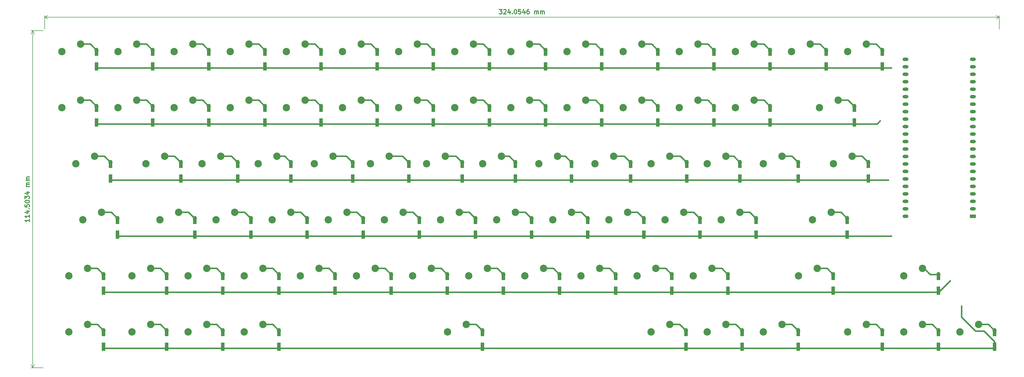
<source format=gbr>
%TF.GenerationSoftware,KiCad,Pcbnew,7.0.10*%
%TF.CreationDate,2024-01-16T21:17:59-03:00*%
%TF.ProjectId,PCB,5043422e-6b69-4636-9164-5f7063625858,rev?*%
%TF.SameCoordinates,Original*%
%TF.FileFunction,Copper,L1,Top*%
%TF.FilePolarity,Positive*%
%FSLAX46Y46*%
G04 Gerber Fmt 4.6, Leading zero omitted, Abs format (unit mm)*
G04 Created by KiCad (PCBNEW 7.0.10) date 2024-01-16 21:17:59*
%MOMM*%
%LPD*%
G01*
G04 APERTURE LIST*
%ADD10C,0.300000*%
%TA.AperFunction,NonConductor*%
%ADD11C,0.300000*%
%TD*%
%TA.AperFunction,NonConductor*%
%ADD12C,0.200000*%
%TD*%
%TA.AperFunction,ComponentPad*%
%ADD13C,2.500000*%
%TD*%
%TA.AperFunction,ComponentPad*%
%ADD14R,1.300000X1.778000*%
%TD*%
%TA.AperFunction,SMDPad,CuDef*%
%ADD15R,1.300000X1.400000*%
%TD*%
%TA.AperFunction,ComponentPad*%
%ADD16O,1.300000X1.778000*%
%TD*%
%TA.AperFunction,ComponentPad*%
%ADD17R,2.000000X1.200000*%
%TD*%
%TA.AperFunction,ComponentPad*%
%ADD18O,2.000000X1.200000*%
%TD*%
%TA.AperFunction,Conductor*%
%ADD19C,0.500000*%
%TD*%
G04 APERTURE END LIST*
D10*
D11*
X26500828Y-105774675D02*
X26500828Y-106631818D01*
X26500828Y-106203247D02*
X25000828Y-106203247D01*
X25000828Y-106203247D02*
X25215114Y-106346104D01*
X25215114Y-106346104D02*
X25357971Y-106488961D01*
X25357971Y-106488961D02*
X25429400Y-106631818D01*
X26500828Y-104346104D02*
X26500828Y-105203247D01*
X26500828Y-104774676D02*
X25000828Y-104774676D01*
X25000828Y-104774676D02*
X25215114Y-104917533D01*
X25215114Y-104917533D02*
X25357971Y-105060390D01*
X25357971Y-105060390D02*
X25429400Y-105203247D01*
X25500828Y-103060391D02*
X26500828Y-103060391D01*
X24929400Y-103417533D02*
X26000828Y-103774676D01*
X26000828Y-103774676D02*
X26000828Y-102846105D01*
X26357971Y-102274677D02*
X26429400Y-102203248D01*
X26429400Y-102203248D02*
X26500828Y-102274677D01*
X26500828Y-102274677D02*
X26429400Y-102346105D01*
X26429400Y-102346105D02*
X26357971Y-102274677D01*
X26357971Y-102274677D02*
X26500828Y-102274677D01*
X25000828Y-100846105D02*
X25000828Y-101560391D01*
X25000828Y-101560391D02*
X25715114Y-101631819D01*
X25715114Y-101631819D02*
X25643685Y-101560391D01*
X25643685Y-101560391D02*
X25572257Y-101417534D01*
X25572257Y-101417534D02*
X25572257Y-101060391D01*
X25572257Y-101060391D02*
X25643685Y-100917534D01*
X25643685Y-100917534D02*
X25715114Y-100846105D01*
X25715114Y-100846105D02*
X25857971Y-100774676D01*
X25857971Y-100774676D02*
X26215114Y-100774676D01*
X26215114Y-100774676D02*
X26357971Y-100846105D01*
X26357971Y-100846105D02*
X26429400Y-100917534D01*
X26429400Y-100917534D02*
X26500828Y-101060391D01*
X26500828Y-101060391D02*
X26500828Y-101417534D01*
X26500828Y-101417534D02*
X26429400Y-101560391D01*
X26429400Y-101560391D02*
X26357971Y-101631819D01*
X25000828Y-99846105D02*
X25000828Y-99703248D01*
X25000828Y-99703248D02*
X25072257Y-99560391D01*
X25072257Y-99560391D02*
X25143685Y-99488963D01*
X25143685Y-99488963D02*
X25286542Y-99417534D01*
X25286542Y-99417534D02*
X25572257Y-99346105D01*
X25572257Y-99346105D02*
X25929400Y-99346105D01*
X25929400Y-99346105D02*
X26215114Y-99417534D01*
X26215114Y-99417534D02*
X26357971Y-99488963D01*
X26357971Y-99488963D02*
X26429400Y-99560391D01*
X26429400Y-99560391D02*
X26500828Y-99703248D01*
X26500828Y-99703248D02*
X26500828Y-99846105D01*
X26500828Y-99846105D02*
X26429400Y-99988963D01*
X26429400Y-99988963D02*
X26357971Y-100060391D01*
X26357971Y-100060391D02*
X26215114Y-100131820D01*
X26215114Y-100131820D02*
X25929400Y-100203248D01*
X25929400Y-100203248D02*
X25572257Y-100203248D01*
X25572257Y-100203248D02*
X25286542Y-100131820D01*
X25286542Y-100131820D02*
X25143685Y-100060391D01*
X25143685Y-100060391D02*
X25072257Y-99988963D01*
X25072257Y-99988963D02*
X25000828Y-99846105D01*
X25000828Y-98846106D02*
X25000828Y-97917534D01*
X25000828Y-97917534D02*
X25572257Y-98417534D01*
X25572257Y-98417534D02*
X25572257Y-98203249D01*
X25572257Y-98203249D02*
X25643685Y-98060392D01*
X25643685Y-98060392D02*
X25715114Y-97988963D01*
X25715114Y-97988963D02*
X25857971Y-97917534D01*
X25857971Y-97917534D02*
X26215114Y-97917534D01*
X26215114Y-97917534D02*
X26357971Y-97988963D01*
X26357971Y-97988963D02*
X26429400Y-98060392D01*
X26429400Y-98060392D02*
X26500828Y-98203249D01*
X26500828Y-98203249D02*
X26500828Y-98631820D01*
X26500828Y-98631820D02*
X26429400Y-98774677D01*
X26429400Y-98774677D02*
X26357971Y-98846106D01*
X25500828Y-96631821D02*
X26500828Y-96631821D01*
X24929400Y-96988963D02*
X26000828Y-97346106D01*
X26000828Y-97346106D02*
X26000828Y-96417535D01*
X26500828Y-94703250D02*
X25500828Y-94703250D01*
X25643685Y-94703250D02*
X25572257Y-94631821D01*
X25572257Y-94631821D02*
X25500828Y-94488964D01*
X25500828Y-94488964D02*
X25500828Y-94274678D01*
X25500828Y-94274678D02*
X25572257Y-94131821D01*
X25572257Y-94131821D02*
X25715114Y-94060393D01*
X25715114Y-94060393D02*
X26500828Y-94060393D01*
X25715114Y-94060393D02*
X25572257Y-93988964D01*
X25572257Y-93988964D02*
X25500828Y-93846107D01*
X25500828Y-93846107D02*
X25500828Y-93631821D01*
X25500828Y-93631821D02*
X25572257Y-93488964D01*
X25572257Y-93488964D02*
X25715114Y-93417535D01*
X25715114Y-93417535D02*
X26500828Y-93417535D01*
X26500828Y-92703250D02*
X25500828Y-92703250D01*
X25643685Y-92703250D02*
X25572257Y-92631821D01*
X25572257Y-92631821D02*
X25500828Y-92488964D01*
X25500828Y-92488964D02*
X25500828Y-92274678D01*
X25500828Y-92274678D02*
X25572257Y-92131821D01*
X25572257Y-92131821D02*
X25715114Y-92060393D01*
X25715114Y-92060393D02*
X26500828Y-92060393D01*
X25715114Y-92060393D02*
X25572257Y-91988964D01*
X25572257Y-91988964D02*
X25500828Y-91846107D01*
X25500828Y-91846107D02*
X25500828Y-91631821D01*
X25500828Y-91631821D02*
X25572257Y-91488964D01*
X25572257Y-91488964D02*
X25715114Y-91417535D01*
X25715114Y-91417535D02*
X26500828Y-91417535D01*
D12*
X31146155Y-41737287D02*
X27036080Y-41737287D01*
X31146155Y-156240638D02*
X27036080Y-156240638D01*
X27622500Y-41737287D02*
X27622500Y-156240638D01*
X27622500Y-41737287D02*
X27622500Y-156240638D01*
X27622500Y-41737287D02*
X28208921Y-42863791D01*
X27622500Y-41737287D02*
X27036079Y-42863791D01*
X27622500Y-156240638D02*
X27036079Y-155114134D01*
X27622500Y-156240638D02*
X28208921Y-155114134D01*
D10*
D11*
X185959179Y-34525828D02*
X186887751Y-34525828D01*
X186887751Y-34525828D02*
X186387751Y-35097257D01*
X186387751Y-35097257D02*
X186602036Y-35097257D01*
X186602036Y-35097257D02*
X186744894Y-35168685D01*
X186744894Y-35168685D02*
X186816322Y-35240114D01*
X186816322Y-35240114D02*
X186887751Y-35382971D01*
X186887751Y-35382971D02*
X186887751Y-35740114D01*
X186887751Y-35740114D02*
X186816322Y-35882971D01*
X186816322Y-35882971D02*
X186744894Y-35954400D01*
X186744894Y-35954400D02*
X186602036Y-36025828D01*
X186602036Y-36025828D02*
X186173465Y-36025828D01*
X186173465Y-36025828D02*
X186030608Y-35954400D01*
X186030608Y-35954400D02*
X185959179Y-35882971D01*
X187459179Y-34668685D02*
X187530607Y-34597257D01*
X187530607Y-34597257D02*
X187673465Y-34525828D01*
X187673465Y-34525828D02*
X188030607Y-34525828D01*
X188030607Y-34525828D02*
X188173465Y-34597257D01*
X188173465Y-34597257D02*
X188244893Y-34668685D01*
X188244893Y-34668685D02*
X188316322Y-34811542D01*
X188316322Y-34811542D02*
X188316322Y-34954400D01*
X188316322Y-34954400D02*
X188244893Y-35168685D01*
X188244893Y-35168685D02*
X187387750Y-36025828D01*
X187387750Y-36025828D02*
X188316322Y-36025828D01*
X189602036Y-35025828D02*
X189602036Y-36025828D01*
X189244893Y-34454400D02*
X188887750Y-35525828D01*
X188887750Y-35525828D02*
X189816321Y-35525828D01*
X190387749Y-35882971D02*
X190459178Y-35954400D01*
X190459178Y-35954400D02*
X190387749Y-36025828D01*
X190387749Y-36025828D02*
X190316321Y-35954400D01*
X190316321Y-35954400D02*
X190387749Y-35882971D01*
X190387749Y-35882971D02*
X190387749Y-36025828D01*
X191387750Y-34525828D02*
X191530607Y-34525828D01*
X191530607Y-34525828D02*
X191673464Y-34597257D01*
X191673464Y-34597257D02*
X191744893Y-34668685D01*
X191744893Y-34668685D02*
X191816321Y-34811542D01*
X191816321Y-34811542D02*
X191887750Y-35097257D01*
X191887750Y-35097257D02*
X191887750Y-35454400D01*
X191887750Y-35454400D02*
X191816321Y-35740114D01*
X191816321Y-35740114D02*
X191744893Y-35882971D01*
X191744893Y-35882971D02*
X191673464Y-35954400D01*
X191673464Y-35954400D02*
X191530607Y-36025828D01*
X191530607Y-36025828D02*
X191387750Y-36025828D01*
X191387750Y-36025828D02*
X191244893Y-35954400D01*
X191244893Y-35954400D02*
X191173464Y-35882971D01*
X191173464Y-35882971D02*
X191102035Y-35740114D01*
X191102035Y-35740114D02*
X191030607Y-35454400D01*
X191030607Y-35454400D02*
X191030607Y-35097257D01*
X191030607Y-35097257D02*
X191102035Y-34811542D01*
X191102035Y-34811542D02*
X191173464Y-34668685D01*
X191173464Y-34668685D02*
X191244893Y-34597257D01*
X191244893Y-34597257D02*
X191387750Y-34525828D01*
X193244892Y-34525828D02*
X192530606Y-34525828D01*
X192530606Y-34525828D02*
X192459178Y-35240114D01*
X192459178Y-35240114D02*
X192530606Y-35168685D01*
X192530606Y-35168685D02*
X192673464Y-35097257D01*
X192673464Y-35097257D02*
X193030606Y-35097257D01*
X193030606Y-35097257D02*
X193173464Y-35168685D01*
X193173464Y-35168685D02*
X193244892Y-35240114D01*
X193244892Y-35240114D02*
X193316321Y-35382971D01*
X193316321Y-35382971D02*
X193316321Y-35740114D01*
X193316321Y-35740114D02*
X193244892Y-35882971D01*
X193244892Y-35882971D02*
X193173464Y-35954400D01*
X193173464Y-35954400D02*
X193030606Y-36025828D01*
X193030606Y-36025828D02*
X192673464Y-36025828D01*
X192673464Y-36025828D02*
X192530606Y-35954400D01*
X192530606Y-35954400D02*
X192459178Y-35882971D01*
X194602035Y-35025828D02*
X194602035Y-36025828D01*
X194244892Y-34454400D02*
X193887749Y-35525828D01*
X193887749Y-35525828D02*
X194816320Y-35525828D01*
X196030606Y-34525828D02*
X195744891Y-34525828D01*
X195744891Y-34525828D02*
X195602034Y-34597257D01*
X195602034Y-34597257D02*
X195530606Y-34668685D01*
X195530606Y-34668685D02*
X195387748Y-34882971D01*
X195387748Y-34882971D02*
X195316320Y-35168685D01*
X195316320Y-35168685D02*
X195316320Y-35740114D01*
X195316320Y-35740114D02*
X195387748Y-35882971D01*
X195387748Y-35882971D02*
X195459177Y-35954400D01*
X195459177Y-35954400D02*
X195602034Y-36025828D01*
X195602034Y-36025828D02*
X195887748Y-36025828D01*
X195887748Y-36025828D02*
X196030606Y-35954400D01*
X196030606Y-35954400D02*
X196102034Y-35882971D01*
X196102034Y-35882971D02*
X196173463Y-35740114D01*
X196173463Y-35740114D02*
X196173463Y-35382971D01*
X196173463Y-35382971D02*
X196102034Y-35240114D01*
X196102034Y-35240114D02*
X196030606Y-35168685D01*
X196030606Y-35168685D02*
X195887748Y-35097257D01*
X195887748Y-35097257D02*
X195602034Y-35097257D01*
X195602034Y-35097257D02*
X195459177Y-35168685D01*
X195459177Y-35168685D02*
X195387748Y-35240114D01*
X195387748Y-35240114D02*
X195316320Y-35382971D01*
X197959176Y-36025828D02*
X197959176Y-35025828D01*
X197959176Y-35168685D02*
X198030605Y-35097257D01*
X198030605Y-35097257D02*
X198173462Y-35025828D01*
X198173462Y-35025828D02*
X198387748Y-35025828D01*
X198387748Y-35025828D02*
X198530605Y-35097257D01*
X198530605Y-35097257D02*
X198602034Y-35240114D01*
X198602034Y-35240114D02*
X198602034Y-36025828D01*
X198602034Y-35240114D02*
X198673462Y-35097257D01*
X198673462Y-35097257D02*
X198816319Y-35025828D01*
X198816319Y-35025828D02*
X199030605Y-35025828D01*
X199030605Y-35025828D02*
X199173462Y-35097257D01*
X199173462Y-35097257D02*
X199244891Y-35240114D01*
X199244891Y-35240114D02*
X199244891Y-36025828D01*
X199959176Y-36025828D02*
X199959176Y-35025828D01*
X199959176Y-35168685D02*
X200030605Y-35097257D01*
X200030605Y-35097257D02*
X200173462Y-35025828D01*
X200173462Y-35025828D02*
X200387748Y-35025828D01*
X200387748Y-35025828D02*
X200530605Y-35097257D01*
X200530605Y-35097257D02*
X200602034Y-35240114D01*
X200602034Y-35240114D02*
X200602034Y-36025828D01*
X200602034Y-35240114D02*
X200673462Y-35097257D01*
X200673462Y-35097257D02*
X200816319Y-35025828D01*
X200816319Y-35025828D02*
X201030605Y-35025828D01*
X201030605Y-35025828D02*
X201173462Y-35097257D01*
X201173462Y-35097257D02*
X201244891Y-35240114D01*
X201244891Y-35240114D02*
X201244891Y-36025828D01*
D12*
X31646155Y-41237287D02*
X31646155Y-36561080D01*
X355700772Y-41237287D02*
X355700772Y-36561080D01*
X31646155Y-37147500D02*
X355700772Y-37147500D01*
X31646155Y-37147500D02*
X355700772Y-37147500D01*
X31646155Y-37147500D02*
X32772659Y-36561079D01*
X31646155Y-37147500D02*
X32772659Y-37733921D01*
X355700772Y-37147500D02*
X354574268Y-37733921D01*
X355700772Y-37147500D02*
X354574268Y-36561079D01*
D13*
%TO.P,S79,1,1*%
%TO.N,/col14*%
X292258750Y-105976963D03*
%TO.P,S79,2,2*%
%TO.N,Net-(D79-A)*%
X298608750Y-103436963D03*
%TD*%
D14*
%TO.P,D56,1,K*%
%TO.N,/row1*%
X220725000Y-73416963D03*
D15*
X220725000Y-72191963D03*
%TO.P,D56,2,A*%
%TO.N,Net-(D56-A)*%
X220725000Y-68641963D03*
D16*
X220725000Y-67416963D03*
%TD*%
D13*
%TO.P,S32,1,1*%
%TO.N,/col5*%
X132715000Y-67876963D03*
%TO.P,S32,2,2*%
%TO.N,Net-(D32-A)*%
X139065000Y-65336963D03*
%TD*%
%TO.P,S54,1,1*%
%TO.N,/col8*%
X304165000Y-144076963D03*
%TO.P,S54,2,2*%
%TO.N,Net-(D54-A)*%
X310515000Y-141536963D03*
%TD*%
%TO.P,S6,1,1*%
%TO.N,/col0*%
X39846250Y-144076963D03*
%TO.P,S6,2,2*%
%TO.N,Net-(D6-A)*%
X46196250Y-141536963D03*
%TD*%
%TO.P,S11,1,1*%
%TO.N,/col1*%
X61277500Y-125026963D03*
%TO.P,S11,2,2*%
%TO.N,Net-(D11-A)*%
X67627500Y-122486963D03*
%TD*%
D14*
%TO.P,D72,1,K*%
%TO.N,/row1*%
X277875000Y-73416963D03*
D15*
X277875000Y-72191963D03*
%TO.P,D72,2,A*%
%TO.N,Net-(D72-A)*%
X277875000Y-68641963D03*
D16*
X277875000Y-67416963D03*
%TD*%
D13*
%TO.P,S77,1,1*%
%TO.N,/col14*%
X294640000Y-67876963D03*
%TO.P,S77,2,2*%
%TO.N,Net-(D77-A)*%
X300990000Y-65336963D03*
%TD*%
%TO.P,S15,1,1*%
%TO.N,/col2*%
X85090000Y-86926963D03*
%TO.P,S15,2,2*%
%TO.N,Net-(D15-A)*%
X91440000Y-84386963D03*
%TD*%
D14*
%TO.P,D13,1,K*%
%TO.N,/row0*%
X87375000Y-54366963D03*
D15*
X87375000Y-53141963D03*
%TO.P,D13,2,A*%
%TO.N,Net-(D13-A)*%
X87375000Y-49591963D03*
D16*
X87375000Y-48366963D03*
%TD*%
D14*
%TO.P,D29,1,K*%
%TO.N,/row4*%
X130237500Y-130566963D03*
D15*
X130237500Y-129341963D03*
%TO.P,D29,2,A*%
%TO.N,Net-(D29-A)*%
X130237500Y-125791963D03*
D16*
X130237500Y-124566963D03*
%TD*%
D13*
%TO.P,S48,1,1*%
%TO.N,/col7*%
X275590000Y-144076963D03*
%TO.P,S48,2,2*%
%TO.N,Net-(D48-A)*%
X281940000Y-141536963D03*
%TD*%
D14*
%TO.P,D80,1,K*%
%TO.N,/row4*%
X335025000Y-130566963D03*
D15*
X335025000Y-129341963D03*
%TO.P,D80,2,A*%
%TO.N,Net-(D80-A)*%
X335025000Y-125791963D03*
D16*
X335025000Y-124566963D03*
%TD*%
D13*
%TO.P,S23,1,1*%
%TO.N,/col3*%
X99377500Y-125026963D03*
%TO.P,S23,2,2*%
%TO.N,Net-(D23-A)*%
X105727500Y-122486963D03*
%TD*%
%TO.P,S73,1,1*%
%TO.N,/col12*%
X275590000Y-86926963D03*
%TO.P,S73,2,2*%
%TO.N,Net-(D73-A)*%
X281940000Y-84386963D03*
%TD*%
%TO.P,S30,1,1*%
%TO.N,/col4*%
X168433750Y-144076963D03*
%TO.P,S30,2,2*%
%TO.N,Net-(D30-A)*%
X174783750Y-141536963D03*
%TD*%
%TO.P,S71,1,1*%
%TO.N,/col12*%
X266065000Y-48826963D03*
%TO.P,S71,2,2*%
%TO.N,Net-(D71-A)*%
X272415000Y-46286963D03*
%TD*%
D14*
%TO.P,D39,1,K*%
%TO.N,/row2*%
X173355000Y-92466963D03*
D15*
X173355000Y-91241963D03*
%TO.P,D39,2,A*%
%TO.N,Net-(D39-A)*%
X173355000Y-87691963D03*
D16*
X173355000Y-86466963D03*
%TD*%
D13*
%TO.P,S78,1,1*%
%TO.N,/col14*%
X299402500Y-86926963D03*
%TO.P,S78,2,2*%
%TO.N,Net-(D78-A)*%
X305752500Y-84386963D03*
%TD*%
%TO.P,S51,1,1*%
%TO.N,/col8*%
X199390000Y-86926963D03*
%TO.P,S51,2,2*%
%TO.N,Net-(D51-A)*%
X205740000Y-84386963D03*
%TD*%
D14*
%TO.P,D1,1,K*%
%TO.N,/row0*%
X49275000Y-54366963D03*
D15*
X49275000Y-53141963D03*
%TO.P,D1,2,A*%
%TO.N,Net-(D1-A)*%
X49275000Y-49591963D03*
D16*
X49275000Y-48366963D03*
%TD*%
D13*
%TO.P,S65,1,1*%
%TO.N,/col10*%
X232727500Y-125026963D03*
%TO.P,S65,2,2*%
%TO.N,Net-(D65-A)*%
X239077500Y-122486963D03*
%TD*%
%TO.P,S53,1,1*%
%TO.N,/col8*%
X194627500Y-125026963D03*
%TO.P,S53,2,2*%
%TO.N,Net-(D53-A)*%
X200977500Y-122486963D03*
%TD*%
%TO.P,S4,1,1*%
%TO.N,/col0*%
X44608750Y-105976963D03*
%TO.P,S4,2,2*%
%TO.N,Net-(D4-A)*%
X50958750Y-103436963D03*
%TD*%
D14*
%TO.P,D43,1,K*%
%TO.N,/row0*%
X182625000Y-54366963D03*
D15*
X182625000Y-53141963D03*
%TO.P,D43,2,A*%
%TO.N,Net-(D43-A)*%
X182625000Y-49591963D03*
D16*
X182625000Y-48366963D03*
%TD*%
D14*
%TO.P,D61,1,K*%
%TO.N,/row0*%
X239775000Y-54366963D03*
D15*
X239775000Y-53141963D03*
%TO.P,D61,2,A*%
%TO.N,Net-(D61-A)*%
X239775000Y-49591963D03*
D16*
X239775000Y-48366963D03*
%TD*%
D13*
%TO.P,S18,1,1*%
%TO.N,/col2*%
X80327500Y-144076963D03*
%TO.P,S18,2,2*%
%TO.N,Net-(D18-A)*%
X86677500Y-141536963D03*
%TD*%
%TO.P,S31,1,1*%
%TO.N,/col5*%
X132715000Y-48826963D03*
%TO.P,S31,2,2*%
%TO.N,Net-(D31-A)*%
X139065000Y-46286963D03*
%TD*%
%TO.P,S34,1,1*%
%TO.N,/col5*%
X147002500Y-105976963D03*
%TO.P,S34,2,2*%
%TO.N,Net-(D34-A)*%
X153352500Y-103436963D03*
%TD*%
D14*
%TO.P,D25,1,K*%
%TO.N,/row0*%
X125475000Y-54366963D03*
D15*
X125475000Y-53141963D03*
%TO.P,D25,2,A*%
%TO.N,Net-(D25-A)*%
X125475000Y-49591963D03*
D16*
X125475000Y-48366963D03*
%TD*%
D14*
%TO.P,D70,1,K*%
%TO.N,/row4*%
X263587500Y-130566963D03*
D15*
X263587500Y-129341963D03*
%TO.P,D70,2,A*%
%TO.N,Net-(D70-A)*%
X263587500Y-125791963D03*
D16*
X263587500Y-124566963D03*
%TD*%
D13*
%TO.P,S25,1,1*%
%TO.N,/col4*%
X113665000Y-48826963D03*
%TO.P,S25,2,2*%
%TO.N,Net-(D25-A)*%
X120015000Y-46286963D03*
%TD*%
D14*
%TO.P,D51,1,K*%
%TO.N,/row2*%
X210502500Y-92466963D03*
D15*
X210502500Y-91241963D03*
%TO.P,D51,2,A*%
%TO.N,Net-(D51-A)*%
X210502500Y-87691963D03*
D16*
X210502500Y-86466963D03*
%TD*%
D13*
%TO.P,S70,1,1*%
%TO.N,/col11*%
X251777500Y-125026963D03*
%TO.P,S70,2,2*%
%TO.N,Net-(D70-A)*%
X258127500Y-122486963D03*
%TD*%
D14*
%TO.P,D34,1,K*%
%TO.N,/row3*%
X158812500Y-111516963D03*
D15*
X158812500Y-110291963D03*
%TO.P,D34,2,A*%
%TO.N,Net-(D34-A)*%
X158812500Y-106741963D03*
D16*
X158812500Y-105516963D03*
%TD*%
D14*
%TO.P,D28,1,K*%
%TO.N,/row3*%
X139762500Y-111516963D03*
D15*
X139762500Y-110291963D03*
%TO.P,D28,2,A*%
%TO.N,Net-(D28-A)*%
X139762500Y-106741963D03*
D16*
X139762500Y-105516963D03*
%TD*%
D14*
%TO.P,D58,1,K*%
%TO.N,/row3*%
X235012500Y-111516963D03*
D15*
X235012500Y-110291963D03*
%TO.P,D58,2,A*%
%TO.N,Net-(D58-A)*%
X235012500Y-106741963D03*
D16*
X235012500Y-105516963D03*
%TD*%
D14*
%TO.P,D8,1,K*%
%TO.N,/row1*%
X68325000Y-73416963D03*
D15*
X68325000Y-72191963D03*
%TO.P,D8,2,A*%
%TO.N,Net-(D8-A)*%
X68325000Y-68641963D03*
D16*
X68325000Y-67416963D03*
%TD*%
D14*
%TO.P,D71,1,K*%
%TO.N,/row0*%
X277875000Y-54366963D03*
D15*
X277875000Y-53141963D03*
%TO.P,D71,2,A*%
%TO.N,Net-(D71-A)*%
X277875000Y-49591963D03*
D16*
X277875000Y-48366963D03*
%TD*%
D13*
%TO.P,S16,1,1*%
%TO.N,/col2*%
X89852500Y-105976963D03*
%TO.P,S16,2,2*%
%TO.N,Net-(D16-A)*%
X96202500Y-103436963D03*
%TD*%
D17*
%TO.P,U1,1,3V3*%
%TO.N,Net-(U1-3V3-Pad1)*%
X346706320Y-104772280D03*
D18*
%TO.P,U1,2,3V3*%
X346706320Y-102232280D03*
%TO.P,U1,3,CHIP_PU*%
%TO.N,unconnected-(U1-CHIP_PU-Pad3)*%
X346706320Y-99692280D03*
%TO.P,U1,4,GPIO4/ADC1_CH3*%
%TO.N,unconnected-(U1-GPIO4{slash}ADC1_CH3-Pad4)*%
X346706320Y-97152280D03*
%TO.P,U1,5,GPIO5/ADC1_CH4*%
%TO.N,unconnected-(U1-GPIO5{slash}ADC1_CH4-Pad5)*%
X346706320Y-94612280D03*
%TO.P,U1,6,GPIO6/ADC1_CH5*%
%TO.N,unconnected-(U1-GPIO6{slash}ADC1_CH5-Pad6)*%
X346706320Y-92072280D03*
%TO.P,U1,7,GPIO7/ADC1_CH6*%
%TO.N,unconnected-(U1-GPIO7{slash}ADC1_CH6-Pad7)*%
X346706320Y-89532280D03*
%TO.P,U1,8,GPIO15/ADC2_CH4/32K_P*%
%TO.N,unconnected-(U1-GPIO15{slash}ADC2_CH4{slash}32K_P-Pad8)*%
X346706320Y-86992280D03*
%TO.P,U1,9,GPIO16/ADC2_CH5/32K_N*%
%TO.N,unconnected-(U1-GPIO16{slash}ADC2_CH5{slash}32K_N-Pad9)*%
X346706320Y-84452280D03*
%TO.P,U1,10,GPIO17/ADC2_CH6*%
%TO.N,unconnected-(U1-GPIO17{slash}ADC2_CH6-Pad10)*%
X346706320Y-81912280D03*
%TO.P,U1,11,GPIO18/ADC2_CH7*%
%TO.N,unconnected-(U1-GPIO18{slash}ADC2_CH7-Pad11)*%
X346706320Y-79372280D03*
%TO.P,U1,12,GPIO8/ADC1_CH7*%
%TO.N,unconnected-(U1-GPIO8{slash}ADC1_CH7-Pad12)*%
X346706320Y-76832280D03*
%TO.P,U1,13,GPIO3/ADC1_CH2*%
%TO.N,unconnected-(U1-GPIO3{slash}ADC1_CH2-Pad13)*%
X346706320Y-74292280D03*
%TO.P,U1,14,GPIO46*%
%TO.N,unconnected-(U1-GPIO46-Pad14)*%
X346706320Y-71752280D03*
%TO.P,U1,15,GPIO9/ADC1_CH8*%
%TO.N,unconnected-(U1-GPIO9{slash}ADC1_CH8-Pad15)*%
X346706320Y-69212280D03*
%TO.P,U1,16,GPIO10/ADC1_CH9*%
%TO.N,unconnected-(U1-GPIO10{slash}ADC1_CH9-Pad16)*%
X346706320Y-66672280D03*
%TO.P,U1,17,GPIO11/ADC2_CH0*%
%TO.N,unconnected-(U1-GPIO11{slash}ADC2_CH0-Pad17)*%
X346706320Y-64132280D03*
%TO.P,U1,18,GPIO12/ADC2_CH1*%
%TO.N,unconnected-(U1-GPIO12{slash}ADC2_CH1-Pad18)*%
X346706320Y-61592280D03*
%TO.P,U1,19,GPIO13/ADC2_CH2*%
%TO.N,unconnected-(U1-GPIO13{slash}ADC2_CH2-Pad19)*%
X346706320Y-59052280D03*
%TO.P,U1,20,GPIO14/ADC2_CH3*%
%TO.N,unconnected-(U1-GPIO14{slash}ADC2_CH3-Pad20)*%
X346710000Y-56515000D03*
%TO.P,U1,21,5V*%
%TO.N,unconnected-(U1-5V-Pad21)*%
X346710000Y-53975000D03*
%TO.P,U1,22,GND*%
%TO.N,GND*%
X346710000Y-51435000D03*
%TO.P,U1,23,GND*%
X323846320Y-51432280D03*
%TO.P,U1,24,GND*%
X323846320Y-53972280D03*
%TO.P,U1,25,GPIO19/USB_D-*%
%TO.N,unconnected-(U1-GPIO19{slash}USB_D--Pad25)*%
X323846320Y-56512280D03*
%TO.P,U1,26,GPIO20/USB_D+*%
%TO.N,unconnected-(U1-GPIO20{slash}USB_D+-Pad26)*%
X323846320Y-59052280D03*
%TO.P,U1,27,GPIO21*%
%TO.N,unconnected-(U1-GPIO21-Pad27)*%
X323846320Y-61592280D03*
%TO.P,U1,28,GPIO47*%
%TO.N,unconnected-(U1-GPIO47-Pad28)*%
X323846320Y-64132280D03*
%TO.P,U1,29,GPIO48*%
%TO.N,unconnected-(U1-GPIO48-Pad29)*%
X323846320Y-66672280D03*
%TO.P,U1,30,GPIO45*%
%TO.N,unconnected-(U1-GPIO45-Pad30)*%
X323846320Y-69212280D03*
%TO.P,U1,31,GPIO0*%
%TO.N,unconnected-(U1-GPIO0-Pad31)*%
X323846320Y-71752280D03*
%TO.P,U1,32,GPIO35*%
%TO.N,unconnected-(U1-GPIO35-Pad32)*%
X323846320Y-74292280D03*
%TO.P,U1,33,GPIO36*%
%TO.N,unconnected-(U1-GPIO36-Pad33)*%
X323846320Y-76832280D03*
%TO.P,U1,34,GPIO37*%
%TO.N,unconnected-(U1-GPIO37-Pad34)*%
X323846320Y-79372280D03*
%TO.P,U1,35,GPIO38*%
%TO.N,unconnected-(U1-GPIO38-Pad35)*%
X323846320Y-81912280D03*
%TO.P,U1,36,GPIO39/MTCK*%
%TO.N,unconnected-(U1-GPIO39{slash}MTCK-Pad36)*%
X323846320Y-84452280D03*
%TO.P,U1,37,GPIO40/MTDO*%
%TO.N,unconnected-(U1-GPIO40{slash}MTDO-Pad37)*%
X323846320Y-86992280D03*
%TO.P,U1,38,GPIO41/MTDI*%
%TO.N,unconnected-(U1-GPIO41{slash}MTDI-Pad38)*%
X323846320Y-89532280D03*
%TO.P,U1,39,GPIO42/MTMS*%
%TO.N,unconnected-(U1-GPIO42{slash}MTMS-Pad39)*%
X323846320Y-92072280D03*
%TO.P,U1,40,GPIO2/ADC1_CH1*%
%TO.N,unconnected-(U1-GPIO2{slash}ADC1_CH1-Pad40)*%
X323846320Y-94612280D03*
%TO.P,U1,41,GPIO1/ADC1_CH0*%
%TO.N,unconnected-(U1-GPIO1{slash}ADC1_CH0-Pad41)*%
X323846320Y-97152280D03*
%TO.P,U1,42,GPIO44/U0RXD*%
%TO.N,unconnected-(U1-GPIO44{slash}U0RXD-Pad42)*%
X323846320Y-99692280D03*
%TO.P,U1,43,GPIO43/U0TXD*%
%TO.N,unconnected-(U1-GPIO43{slash}U0TXD-Pad43)*%
X323846320Y-102232280D03*
%TO.P,U1,44,GND*%
%TO.N,GND*%
X323846320Y-104772280D03*
%TD*%
D13*
%TO.P,S41,1,1*%
%TO.N,/col6*%
X156527500Y-125026963D03*
%TO.P,S41,2,2*%
%TO.N,Net-(D41-A)*%
X162877500Y-122486963D03*
%TD*%
D14*
%TO.P,D22,1,K*%
%TO.N,/row3*%
X120712500Y-111516963D03*
D15*
X120712500Y-110291963D03*
%TO.P,D22,2,A*%
%TO.N,Net-(D22-A)*%
X120712500Y-106741963D03*
D16*
X120712500Y-105516963D03*
%TD*%
D13*
%TO.P,S33,1,1*%
%TO.N,/col5*%
X142240000Y-86926963D03*
%TO.P,S33,2,2*%
%TO.N,Net-(D33-A)*%
X148590000Y-84386963D03*
%TD*%
%TO.P,S29,1,1*%
%TO.N,/col4*%
X118427500Y-125026963D03*
%TO.P,S29,2,2*%
%TO.N,Net-(D29-A)*%
X124777500Y-122486963D03*
%TD*%
D14*
%TO.P,D81,1,K*%
%TO.N,/row5*%
X354075000Y-149616963D03*
D15*
X354075000Y-148391963D03*
%TO.P,D81,2,A*%
%TO.N,Net-(D81-A)*%
X354075000Y-144841963D03*
D16*
X354075000Y-143616963D03*
%TD*%
D14*
%TO.P,D33,1,K*%
%TO.N,/row2*%
X155257500Y-92466963D03*
D15*
X155257500Y-91241963D03*
%TO.P,D33,2,A*%
%TO.N,Net-(D33-A)*%
X155257500Y-87691963D03*
D16*
X155257500Y-86466963D03*
%TD*%
D14*
%TO.P,D19,1,K*%
%TO.N,/row0*%
X106425000Y-54366963D03*
D15*
X106425000Y-53141963D03*
%TO.P,D19,2,A*%
%TO.N,Net-(D19-A)*%
X106425000Y-49591963D03*
D16*
X106425000Y-48366963D03*
%TD*%
D13*
%TO.P,S20,1,1*%
%TO.N,/col3*%
X94615000Y-67876963D03*
%TO.P,S20,2,2*%
%TO.N,Net-(D20-A)*%
X100965000Y-65336963D03*
%TD*%
%TO.P,S76,1,1*%
%TO.N,/col14*%
X304165000Y-48826963D03*
%TO.P,S76,2,2*%
%TO.N,Net-(D76-A)*%
X310515000Y-46286963D03*
%TD*%
%TO.P,S45,1,1*%
%TO.N,/col7*%
X180340000Y-86926963D03*
%TO.P,S45,2,2*%
%TO.N,Net-(D45-A)*%
X186690000Y-84386963D03*
%TD*%
%TO.P,S55,1,1*%
%TO.N,/col9*%
X208915000Y-48826963D03*
%TO.P,S55,2,2*%
%TO.N,Net-(D55-A)*%
X215265000Y-46286963D03*
%TD*%
%TO.P,S24,1,1*%
%TO.N,/col3*%
X99377500Y-144076963D03*
%TO.P,S24,2,2*%
%TO.N,Net-(D24-A)*%
X105727500Y-141536963D03*
%TD*%
D14*
%TO.P,D60,1,K*%
%TO.N,/row5*%
X335025000Y-149616963D03*
D15*
X335025000Y-148391963D03*
%TO.P,D60,2,A*%
%TO.N,Net-(D60-A)*%
X335025000Y-144841963D03*
D16*
X335025000Y-143616963D03*
%TD*%
D14*
%TO.P,D4,1,K*%
%TO.N,/row3*%
X56418750Y-111516963D03*
D15*
X56418750Y-110291963D03*
%TO.P,D4,2,A*%
%TO.N,Net-(D4-A)*%
X56418750Y-106741963D03*
D16*
X56418750Y-105516963D03*
%TD*%
D14*
%TO.P,D32,1,K*%
%TO.N,/row1*%
X144525000Y-73416963D03*
D15*
X144525000Y-72191963D03*
%TO.P,D32,2,A*%
%TO.N,Net-(D32-A)*%
X144525000Y-68641963D03*
D16*
X144525000Y-67416963D03*
%TD*%
D13*
%TO.P,S58,1,1*%
%TO.N,/col9*%
X223202500Y-105976963D03*
%TO.P,S58,2,2*%
%TO.N,Net-(D58-A)*%
X229552500Y-103436963D03*
%TD*%
%TO.P,S40,1,1*%
%TO.N,/col6*%
X166052500Y-105976963D03*
%TO.P,S40,2,2*%
%TO.N,Net-(D40-A)*%
X172402500Y-103436963D03*
%TD*%
D14*
%TO.P,D49,1,K*%
%TO.N,/row0*%
X201675000Y-54366963D03*
D15*
X201675000Y-53141963D03*
%TO.P,D49,2,A*%
%TO.N,Net-(D49-A)*%
X201675000Y-49591963D03*
D16*
X201675000Y-48366963D03*
%TD*%
D13*
%TO.P,S9,1,1*%
%TO.N,/col1*%
X66040000Y-86926963D03*
%TO.P,S9,2,2*%
%TO.N,Net-(D9-A)*%
X72390000Y-84386963D03*
%TD*%
D14*
%TO.P,D17,1,K*%
%TO.N,/row4*%
X92137500Y-130566963D03*
D15*
X92137500Y-129341963D03*
%TO.P,D17,2,A*%
%TO.N,Net-(D17-A)*%
X92137500Y-125791963D03*
D16*
X92137500Y-124566963D03*
%TD*%
D13*
%TO.P,S68,1,1*%
%TO.N,/col11*%
X256540000Y-86926963D03*
%TO.P,S68,2,2*%
%TO.N,Net-(D68-A)*%
X262890000Y-84386963D03*
%TD*%
%TO.P,S61,1,1*%
%TO.N,/col10*%
X227965000Y-48826963D03*
%TO.P,S61,2,2*%
%TO.N,Net-(D61-A)*%
X234315000Y-46286963D03*
%TD*%
%TO.P,S50,1,1*%
%TO.N,/col8*%
X189865000Y-67876963D03*
%TO.P,S50,2,2*%
%TO.N,Net-(D50-A)*%
X196215000Y-65336963D03*
%TD*%
%TO.P,S14,1,1*%
%TO.N,/col2*%
X75565000Y-67876963D03*
%TO.P,S14,2,2*%
%TO.N,Net-(D14-A)*%
X81915000Y-65336963D03*
%TD*%
D14*
%TO.P,D76,1,K*%
%TO.N,/row0*%
X315975000Y-54366963D03*
D15*
X315975000Y-53141963D03*
%TO.P,D76,2,A*%
%TO.N,Net-(D76-A)*%
X315975000Y-49591963D03*
D16*
X315975000Y-48366963D03*
%TD*%
D14*
%TO.P,D9,1,K*%
%TO.N,/row2*%
X77850000Y-92466963D03*
D15*
X77850000Y-91241963D03*
%TO.P,D9,2,A*%
%TO.N,Net-(D9-A)*%
X77850000Y-87691963D03*
D16*
X77850000Y-86466963D03*
%TD*%
D13*
%TO.P,S12,1,1*%
%TO.N,/col1*%
X61277500Y-144076963D03*
%TO.P,S12,2,2*%
%TO.N,Net-(D12-A)*%
X67627500Y-141536963D03*
%TD*%
D14*
%TO.P,D6,1,K*%
%TO.N,/row5*%
X51656250Y-149616963D03*
D15*
X51656250Y-148391963D03*
%TO.P,D6,2,A*%
%TO.N,Net-(D6-A)*%
X51656250Y-144841963D03*
D16*
X51656250Y-143616963D03*
%TD*%
D13*
%TO.P,S46,1,1*%
%TO.N,/col7*%
X185102500Y-105976963D03*
%TO.P,S46,2,2*%
%TO.N,Net-(D46-A)*%
X191452500Y-103436963D03*
%TD*%
%TO.P,S69,1,1*%
%TO.N,/col11*%
X261302500Y-105976963D03*
%TO.P,S69,2,2*%
%TO.N,Net-(D69-A)*%
X267652500Y-103436963D03*
%TD*%
D14*
%TO.P,D45,1,K*%
%TO.N,/row2*%
X191452500Y-92466963D03*
D15*
X191452500Y-91241963D03*
%TO.P,D45,2,A*%
%TO.N,Net-(D45-A)*%
X191452500Y-87691963D03*
D16*
X191452500Y-86466963D03*
%TD*%
D14*
%TO.P,D47,1,K*%
%TO.N,/row4*%
X187387500Y-130566963D03*
D15*
X187387500Y-129341963D03*
%TO.P,D47,2,A*%
%TO.N,Net-(D47-A)*%
X187387500Y-125791963D03*
D16*
X187387500Y-124566963D03*
%TD*%
D14*
%TO.P,D18,1,K*%
%TO.N,/row5*%
X92137500Y-149616963D03*
D15*
X92137500Y-148391963D03*
%TO.P,D18,2,A*%
%TO.N,Net-(D18-A)*%
X92137500Y-144841963D03*
D16*
X92137500Y-143616963D03*
%TD*%
D14*
%TO.P,D23,1,K*%
%TO.N,/row4*%
X111187500Y-130566963D03*
D15*
X111187500Y-129341963D03*
%TO.P,D23,2,A*%
%TO.N,Net-(D23-A)*%
X111187500Y-125791963D03*
D16*
X111187500Y-124566963D03*
%TD*%
D13*
%TO.P,S3,1,1*%
%TO.N,/col0*%
X42227500Y-86926963D03*
%TO.P,S3,2,2*%
%TO.N,Net-(D3-A)*%
X48577500Y-84386963D03*
%TD*%
%TO.P,S47,1,1*%
%TO.N,/col7*%
X175577500Y-125026963D03*
%TO.P,S47,2,2*%
%TO.N,Net-(D47-A)*%
X181927500Y-122486963D03*
%TD*%
%TO.P,S60,1,1*%
%TO.N,/col9*%
X323215000Y-144076963D03*
%TO.P,S60,2,2*%
%TO.N,Net-(D60-A)*%
X329565000Y-141536963D03*
%TD*%
D14*
%TO.P,D52,1,K*%
%TO.N,/row3*%
X215962500Y-111516963D03*
D15*
X215962500Y-110291963D03*
%TO.P,D52,2,A*%
%TO.N,Net-(D52-A)*%
X215962500Y-106741963D03*
D16*
X215962500Y-105516963D03*
%TD*%
D13*
%TO.P,S49,1,1*%
%TO.N,/col8*%
X189865000Y-48826963D03*
%TO.P,S49,2,2*%
%TO.N,Net-(D49-A)*%
X196215000Y-46286963D03*
%TD*%
D14*
%TO.P,D65,1,K*%
%TO.N,/row4*%
X244537500Y-130566963D03*
D15*
X244537500Y-129341963D03*
%TO.P,D65,2,A*%
%TO.N,Net-(D65-A)*%
X244537500Y-125791963D03*
D16*
X244537500Y-124566963D03*
%TD*%
D13*
%TO.P,S75,1,1*%
%TO.N,/col13*%
X285115000Y-48826963D03*
%TO.P,S75,2,2*%
%TO.N,Net-(D75-A)*%
X291465000Y-46286963D03*
%TD*%
D14*
%TO.P,D37,1,K*%
%TO.N,/row0*%
X163575000Y-54366963D03*
D15*
X163575000Y-53141963D03*
%TO.P,D37,2,A*%
%TO.N,Net-(D37-A)*%
X163575000Y-49591963D03*
D16*
X163575000Y-48366963D03*
%TD*%
D13*
%TO.P,S7,1,1*%
%TO.N,/col1*%
X56515000Y-48826963D03*
%TO.P,S7,2,2*%
%TO.N,Net-(D7-A)*%
X62865000Y-46286963D03*
%TD*%
D14*
%TO.P,D12,1,K*%
%TO.N,/row5*%
X73087500Y-149616963D03*
D15*
X73087500Y-148391963D03*
%TO.P,D12,2,A*%
%TO.N,Net-(D12-A)*%
X73087500Y-144841963D03*
D16*
X73087500Y-143616963D03*
%TD*%
D14*
%TO.P,D14,1,K*%
%TO.N,/row1*%
X87375000Y-73416963D03*
D15*
X87375000Y-72191963D03*
%TO.P,D14,2,A*%
%TO.N,Net-(D14-A)*%
X87375000Y-68641963D03*
D16*
X87375000Y-67416963D03*
%TD*%
D13*
%TO.P,S28,1,1*%
%TO.N,/col4*%
X127952500Y-105976963D03*
%TO.P,S28,2,2*%
%TO.N,Net-(D28-A)*%
X134302500Y-103436963D03*
%TD*%
D14*
%TO.P,D11,1,K*%
%TO.N,/row4*%
X73087500Y-130566963D03*
D15*
X73087500Y-129341963D03*
%TO.P,D11,2,A*%
%TO.N,Net-(D11-A)*%
X73087500Y-125791963D03*
D16*
X73087500Y-124566963D03*
%TD*%
D14*
%TO.P,D68,1,K*%
%TO.N,/row2*%
X267652500Y-92466963D03*
D15*
X267652500Y-91241963D03*
%TO.P,D68,2,A*%
%TO.N,Net-(D68-A)*%
X267652500Y-87691963D03*
D16*
X267652500Y-86466963D03*
%TD*%
D13*
%TO.P,S19,1,1*%
%TO.N,/col3*%
X94615000Y-48826963D03*
%TO.P,S19,2,2*%
%TO.N,Net-(D19-A)*%
X100965000Y-46286963D03*
%TD*%
D14*
%TO.P,D54,1,K*%
%TO.N,/row5*%
X315975000Y-149616963D03*
D15*
X315975000Y-148391963D03*
%TO.P,D54,2,A*%
%TO.N,Net-(D54-A)*%
X315975000Y-144841963D03*
D16*
X315975000Y-143616963D03*
%TD*%
D14*
%TO.P,D36,1,K*%
%TO.N,/row5*%
X249300000Y-149616963D03*
D15*
X249300000Y-148391963D03*
%TO.P,D36,2,A*%
%TO.N,Net-(D36-A)*%
X249300000Y-144841963D03*
D16*
X249300000Y-143616963D03*
%TD*%
D14*
%TO.P,D35,1,K*%
%TO.N,/row4*%
X149287500Y-130566963D03*
D15*
X149287500Y-129341963D03*
%TO.P,D35,2,A*%
%TO.N,Net-(D35-A)*%
X149287500Y-125791963D03*
D16*
X149287500Y-124566963D03*
%TD*%
D13*
%TO.P,S62,1,1*%
%TO.N,/col10*%
X227965000Y-67876963D03*
%TO.P,S62,2,2*%
%TO.N,Net-(D62-A)*%
X234315000Y-65336963D03*
%TD*%
%TO.P,S56,1,1*%
%TO.N,/col9*%
X208915000Y-67876963D03*
%TO.P,S56,2,2*%
%TO.N,Net-(D56-A)*%
X215265000Y-65336963D03*
%TD*%
%TO.P,S10,1,1*%
%TO.N,/col1*%
X70802500Y-105976963D03*
%TO.P,S10,2,2*%
%TO.N,Net-(D10-A)*%
X77152500Y-103436963D03*
%TD*%
D14*
%TO.P,D16,1,K*%
%TO.N,/row3*%
X101662500Y-111516963D03*
D15*
X101662500Y-110291963D03*
%TO.P,D16,2,A*%
%TO.N,Net-(D16-A)*%
X101662500Y-106741963D03*
D16*
X101662500Y-105516963D03*
%TD*%
D13*
%TO.P,S63,1,1*%
%TO.N,/col10*%
X237490000Y-86926963D03*
%TO.P,S63,2,2*%
%TO.N,Net-(D63-A)*%
X243840000Y-84386963D03*
%TD*%
D14*
%TO.P,D31,1,K*%
%TO.N,/row0*%
X144525000Y-54366963D03*
D15*
X144525000Y-53141963D03*
%TO.P,D31,2,A*%
%TO.N,Net-(D31-A)*%
X144525000Y-49591963D03*
D16*
X144525000Y-48366963D03*
%TD*%
D13*
%TO.P,S74,1,1*%
%TO.N,/col12*%
X287496250Y-125026963D03*
%TO.P,S74,2,2*%
%TO.N,Net-(D74-A)*%
X293846250Y-122486963D03*
%TD*%
D14*
%TO.P,D73,1,K*%
%TO.N,/row2*%
X287400000Y-92466963D03*
D15*
X287400000Y-91241963D03*
%TO.P,D73,2,A*%
%TO.N,Net-(D73-A)*%
X287400000Y-87691963D03*
D16*
X287400000Y-86466963D03*
%TD*%
D13*
%TO.P,S39,1,1*%
%TO.N,/col6*%
X161290000Y-86926963D03*
%TO.P,S39,2,2*%
%TO.N,Net-(D39-A)*%
X167640000Y-84386963D03*
%TD*%
%TO.P,S36,1,1*%
%TO.N,/col5*%
X237490000Y-144076963D03*
%TO.P,S36,2,2*%
%TO.N,Net-(D36-A)*%
X243840000Y-141536963D03*
%TD*%
D14*
%TO.P,D40,1,K*%
%TO.N,/row3*%
X177862500Y-111516963D03*
D15*
X177862500Y-110291963D03*
%TO.P,D40,2,A*%
%TO.N,Net-(D40-A)*%
X177862500Y-106741963D03*
D16*
X177862500Y-105516963D03*
%TD*%
D14*
%TO.P,D66,1,K*%
%TO.N,/row0*%
X258825000Y-54366963D03*
D15*
X258825000Y-53141963D03*
%TO.P,D66,2,A*%
%TO.N,Net-(D66-A)*%
X258825000Y-49591963D03*
D16*
X258825000Y-48366963D03*
%TD*%
D14*
%TO.P,D21,1,K*%
%TO.N,/row2*%
X115252500Y-92466963D03*
D15*
X115252500Y-91241963D03*
%TO.P,D21,2,A*%
%TO.N,Net-(D21-A)*%
X115252500Y-87691963D03*
D16*
X115252500Y-86466963D03*
%TD*%
D14*
%TO.P,D74,1,K*%
%TO.N,/row4*%
X299306250Y-130566963D03*
D15*
X299306250Y-129341963D03*
%TO.P,D74,2,A*%
%TO.N,Net-(D74-A)*%
X299306250Y-125791963D03*
D16*
X299306250Y-124566963D03*
%TD*%
D13*
%TO.P,S26,1,1*%
%TO.N,/col4*%
X113665000Y-67876963D03*
%TO.P,S26,2,2*%
%TO.N,Net-(D26-A)*%
X120015000Y-65336963D03*
%TD*%
D14*
%TO.P,D48,1,K*%
%TO.N,/row5*%
X287400000Y-149616963D03*
D15*
X287400000Y-148391963D03*
%TO.P,D48,2,A*%
%TO.N,Net-(D48-A)*%
X287400000Y-144841963D03*
D16*
X287400000Y-143616963D03*
%TD*%
D14*
%TO.P,D38,1,K*%
%TO.N,/row1*%
X163575000Y-73416963D03*
D15*
X163575000Y-72191963D03*
%TO.P,D38,2,A*%
%TO.N,Net-(D38-A)*%
X163575000Y-68641963D03*
D16*
X163575000Y-67416963D03*
%TD*%
D14*
%TO.P,D77,1,K*%
%TO.N,/row1*%
X306450000Y-73416963D03*
D15*
X306450000Y-72191963D03*
%TO.P,D77,2,A*%
%TO.N,Net-(D77-A)*%
X306450000Y-68641963D03*
D16*
X306450000Y-67416963D03*
%TD*%
D13*
%TO.P,S42,1,1*%
%TO.N,/col6*%
X256540000Y-144076963D03*
%TO.P,S42,2,2*%
%TO.N,Net-(D42-A)*%
X262890000Y-141536963D03*
%TD*%
%TO.P,S1,1,1*%
%TO.N,/col0*%
X37465000Y-48826963D03*
%TO.P,S1,2,2*%
%TO.N,Net-(D1-A)*%
X43815000Y-46286963D03*
%TD*%
D14*
%TO.P,D44,1,K*%
%TO.N,/row1*%
X182625000Y-73416963D03*
D15*
X182625000Y-72191963D03*
%TO.P,D44,2,A*%
%TO.N,Net-(D44-A)*%
X182625000Y-68641963D03*
D16*
X182625000Y-67416963D03*
%TD*%
D13*
%TO.P,S66,1,1*%
%TO.N,/col11*%
X247015000Y-48826963D03*
%TO.P,S66,2,2*%
%TO.N,Net-(D66-A)*%
X253365000Y-46286963D03*
%TD*%
D14*
%TO.P,D46,1,K*%
%TO.N,/row3*%
X196912500Y-111516963D03*
D15*
X196912500Y-110291963D03*
%TO.P,D46,2,A*%
%TO.N,Net-(D46-A)*%
X196912500Y-106741963D03*
D16*
X196912500Y-105516963D03*
%TD*%
D14*
%TO.P,D42,1,K*%
%TO.N,/row5*%
X268350000Y-149616963D03*
D15*
X268350000Y-148391963D03*
%TO.P,D42,2,A*%
%TO.N,Net-(D42-A)*%
X268350000Y-144841963D03*
D16*
X268350000Y-143616963D03*
%TD*%
D13*
%TO.P,S52,1,1*%
%TO.N,/col8*%
X204152500Y-105976963D03*
%TO.P,S52,2,2*%
%TO.N,Net-(D52-A)*%
X210502500Y-103436963D03*
%TD*%
D14*
%TO.P,D5,1,K*%
%TO.N,/row4*%
X51656250Y-130566963D03*
D15*
X51656250Y-129341963D03*
%TO.P,D5,2,A*%
%TO.N,Net-(D5-A)*%
X51656250Y-125791963D03*
D16*
X51656250Y-124566963D03*
%TD*%
D14*
%TO.P,D53,1,K*%
%TO.N,/row4*%
X206437500Y-130566963D03*
D15*
X206437500Y-129341963D03*
%TO.P,D53,2,A*%
%TO.N,Net-(D53-A)*%
X206437500Y-125791963D03*
D16*
X206437500Y-124566963D03*
%TD*%
D13*
%TO.P,S64,1,1*%
%TO.N,/col10*%
X242252500Y-105976963D03*
%TO.P,S64,2,2*%
%TO.N,Net-(D64-A)*%
X248602500Y-103436963D03*
%TD*%
D14*
%TO.P,D69,1,K*%
%TO.N,/row3*%
X273112500Y-111516963D03*
D15*
X273112500Y-110291963D03*
%TO.P,D69,2,A*%
%TO.N,Net-(D69-A)*%
X273112500Y-106741963D03*
D16*
X273112500Y-105516963D03*
%TD*%
D13*
%TO.P,S22,1,1*%
%TO.N,/col3*%
X108902500Y-105976963D03*
%TO.P,S22,2,2*%
%TO.N,Net-(D22-A)*%
X115252500Y-103436963D03*
%TD*%
%TO.P,S5,1,1*%
%TO.N,/col0*%
X39846250Y-125026963D03*
%TO.P,S5,2,2*%
%TO.N,Net-(D5-A)*%
X46196250Y-122486963D03*
%TD*%
D14*
%TO.P,D7,1,K*%
%TO.N,/row0*%
X68325000Y-54366963D03*
D15*
X68325000Y-53141963D03*
%TO.P,D7,2,A*%
%TO.N,Net-(D7-A)*%
X68325000Y-49591963D03*
D16*
X68325000Y-48366963D03*
%TD*%
D13*
%TO.P,S80,1,1*%
%TO.N,/col14*%
X323215000Y-125026963D03*
%TO.P,S80,2,2*%
%TO.N,Net-(D80-A)*%
X329565000Y-122486963D03*
%TD*%
%TO.P,S57,1,1*%
%TO.N,/col9*%
X218440000Y-86926963D03*
%TO.P,S57,2,2*%
%TO.N,Net-(D57-A)*%
X224790000Y-84386963D03*
%TD*%
D14*
%TO.P,D50,1,K*%
%TO.N,/row1*%
X201675000Y-73416963D03*
D15*
X201675000Y-72191963D03*
%TO.P,D50,2,A*%
%TO.N,Net-(D50-A)*%
X201675000Y-68641963D03*
D16*
X201675000Y-67416963D03*
%TD*%
D14*
%TO.P,D15,1,K*%
%TO.N,/row2*%
X97155000Y-92466963D03*
D15*
X97155000Y-91241963D03*
%TO.P,D15,2,A*%
%TO.N,Net-(D15-A)*%
X97155000Y-87691963D03*
D16*
X97155000Y-86466963D03*
%TD*%
D14*
%TO.P,D20,1,K*%
%TO.N,/row1*%
X106425000Y-73416963D03*
D15*
X106425000Y-72191963D03*
%TO.P,D20,2,A*%
%TO.N,Net-(D20-A)*%
X106425000Y-68641963D03*
D16*
X106425000Y-67416963D03*
%TD*%
D14*
%TO.P,D79,1,K*%
%TO.N,/row3*%
X304068750Y-111516963D03*
D15*
X304068750Y-110291963D03*
%TO.P,D79,2,A*%
%TO.N,Net-(D79-A)*%
X304068750Y-106741963D03*
D16*
X304068750Y-105516963D03*
%TD*%
D14*
%TO.P,D30,1,K*%
%TO.N,/row5*%
X180243750Y-149616963D03*
D15*
X180243750Y-148391963D03*
%TO.P,D30,2,A*%
%TO.N,Net-(D30-A)*%
X180243750Y-144841963D03*
D16*
X180243750Y-143616963D03*
%TD*%
D13*
%TO.P,S37,1,1*%
%TO.N,/col6*%
X151765000Y-48826963D03*
%TO.P,S37,2,2*%
%TO.N,Net-(D37-A)*%
X158115000Y-46286963D03*
%TD*%
%TO.P,S17,1,1*%
%TO.N,/col2*%
X80327500Y-125026963D03*
%TO.P,S17,2,2*%
%TO.N,Net-(D17-A)*%
X86677500Y-122486963D03*
%TD*%
D14*
%TO.P,D63,1,K*%
%TO.N,/row2*%
X249555000Y-92466963D03*
D15*
X249555000Y-91241963D03*
%TO.P,D63,2,A*%
%TO.N,Net-(D63-A)*%
X249555000Y-87691963D03*
D16*
X249555000Y-86466963D03*
%TD*%
D13*
%TO.P,S38,1,1*%
%TO.N,/col6*%
X151765000Y-67876963D03*
%TO.P,S38,2,2*%
%TO.N,Net-(D38-A)*%
X158115000Y-65336963D03*
%TD*%
D14*
%TO.P,D67,1,K*%
%TO.N,/row1*%
X258825000Y-73416963D03*
D15*
X258825000Y-72191963D03*
%TO.P,D67,2,A*%
%TO.N,Net-(D67-A)*%
X258825000Y-68641963D03*
D16*
X258825000Y-67416963D03*
%TD*%
D14*
%TO.P,D2,1,K*%
%TO.N,/row1*%
X49275000Y-73416963D03*
D15*
X49275000Y-72191963D03*
%TO.P,D2,2,A*%
%TO.N,Net-(D2-A)*%
X49275000Y-68641963D03*
D16*
X49275000Y-67416963D03*
%TD*%
D13*
%TO.P,S2,1,1*%
%TO.N,/col0*%
X37465000Y-67876963D03*
%TO.P,S2,2,2*%
%TO.N,Net-(D2-A)*%
X43815000Y-65336963D03*
%TD*%
D14*
%TO.P,D57,1,K*%
%TO.N,/row2*%
X230505000Y-92466963D03*
D15*
X230505000Y-91241963D03*
%TO.P,D57,2,A*%
%TO.N,Net-(D57-A)*%
X230505000Y-87691963D03*
D16*
X230505000Y-86466963D03*
%TD*%
D14*
%TO.P,D62,1,K*%
%TO.N,/row1*%
X239775000Y-73416963D03*
D15*
X239775000Y-72191963D03*
%TO.P,D62,2,A*%
%TO.N,Net-(D62-A)*%
X239775000Y-68641963D03*
D16*
X239775000Y-67416963D03*
%TD*%
D14*
%TO.P,D75,1,K*%
%TO.N,/row0*%
X296925000Y-54366963D03*
D15*
X296925000Y-53141963D03*
%TO.P,D75,2,A*%
%TO.N,Net-(D75-A)*%
X296925000Y-49591963D03*
D16*
X296925000Y-48366963D03*
%TD*%
D13*
%TO.P,S44,1,1*%
%TO.N,/col7*%
X170815000Y-67876963D03*
%TO.P,S44,2,2*%
%TO.N,Net-(D44-A)*%
X177165000Y-65336963D03*
%TD*%
D14*
%TO.P,D78,1,K*%
%TO.N,/row2*%
X311212500Y-92466963D03*
D15*
X311212500Y-91241963D03*
%TO.P,D78,2,A*%
%TO.N,Net-(D78-A)*%
X311212500Y-87691963D03*
D16*
X311212500Y-86466963D03*
%TD*%
D14*
%TO.P,D59,1,K*%
%TO.N,/row4*%
X225487500Y-130566963D03*
D15*
X225487500Y-129341963D03*
%TO.P,D59,2,A*%
%TO.N,Net-(D59-A)*%
X225487500Y-125791963D03*
D16*
X225487500Y-124566963D03*
%TD*%
D14*
%TO.P,D26,1,K*%
%TO.N,/row1*%
X125475000Y-73416963D03*
D15*
X125475000Y-72191963D03*
%TO.P,D26,2,A*%
%TO.N,Net-(D26-A)*%
X125475000Y-68641963D03*
D16*
X125475000Y-67416963D03*
%TD*%
D14*
%TO.P,D55,1,K*%
%TO.N,/row0*%
X220725000Y-54366963D03*
D15*
X220725000Y-53141963D03*
%TO.P,D55,2,A*%
%TO.N,Net-(D55-A)*%
X220725000Y-49591963D03*
D16*
X220725000Y-48366963D03*
%TD*%
D13*
%TO.P,S8,1,1*%
%TO.N,/col1*%
X56515000Y-67876963D03*
%TO.P,S8,2,2*%
%TO.N,Net-(D8-A)*%
X62865000Y-65336963D03*
%TD*%
D14*
%TO.P,D64,1,K*%
%TO.N,/row3*%
X254062500Y-111516963D03*
D15*
X254062500Y-110291963D03*
%TO.P,D64,2,A*%
%TO.N,Net-(D64-A)*%
X254062500Y-106741963D03*
D16*
X254062500Y-105516963D03*
%TD*%
D14*
%TO.P,D24,1,K*%
%TO.N,/row5*%
X111187500Y-149616963D03*
D15*
X111187500Y-148391963D03*
%TO.P,D24,2,A*%
%TO.N,Net-(D24-A)*%
X111187500Y-144841963D03*
D16*
X111187500Y-143616963D03*
%TD*%
D13*
%TO.P,S35,1,1*%
%TO.N,/col5*%
X137477500Y-125026963D03*
%TO.P,S35,2,2*%
%TO.N,Net-(D35-A)*%
X143827500Y-122486963D03*
%TD*%
%TO.P,S67,1,1*%
%TO.N,/col11*%
X247015000Y-67876963D03*
%TO.P,S67,2,2*%
%TO.N,Net-(D67-A)*%
X253365000Y-65336963D03*
%TD*%
D14*
%TO.P,D3,1,K*%
%TO.N,/row2*%
X54037500Y-92466963D03*
D15*
X54037500Y-91241963D03*
%TO.P,D3,2,A*%
%TO.N,Net-(D3-A)*%
X54037500Y-87691963D03*
D16*
X54037500Y-86466963D03*
%TD*%
D13*
%TO.P,S59,1,1*%
%TO.N,/col9*%
X213677500Y-125026963D03*
%TO.P,S59,2,2*%
%TO.N,Net-(D59-A)*%
X220027500Y-122486963D03*
%TD*%
D14*
%TO.P,D41,1,K*%
%TO.N,/row4*%
X168337500Y-130566963D03*
D15*
X168337500Y-129341963D03*
%TO.P,D41,2,A*%
%TO.N,Net-(D41-A)*%
X168337500Y-125791963D03*
D16*
X168337500Y-124566963D03*
%TD*%
D14*
%TO.P,D27,1,K*%
%TO.N,/row2*%
X136207500Y-92466963D03*
D15*
X136207500Y-91241963D03*
%TO.P,D27,2,A*%
%TO.N,Net-(D27-A)*%
X136207500Y-87691963D03*
D16*
X136207500Y-86466963D03*
%TD*%
D13*
%TO.P,S21,1,1*%
%TO.N,/col3*%
X104140000Y-86926963D03*
%TO.P,S21,2,2*%
%TO.N,Net-(D21-A)*%
X110490000Y-84386963D03*
%TD*%
%TO.P,S27,1,1*%
%TO.N,/col4*%
X123190000Y-86926963D03*
%TO.P,S27,2,2*%
%TO.N,Net-(D27-A)*%
X129540000Y-84386963D03*
%TD*%
D14*
%TO.P,D10,1,K*%
%TO.N,/row3*%
X82612500Y-111516963D03*
D15*
X82612500Y-110291963D03*
%TO.P,D10,2,A*%
%TO.N,Net-(D10-A)*%
X82612500Y-106741963D03*
D16*
X82612500Y-105516963D03*
%TD*%
D13*
%TO.P,S43,1,1*%
%TO.N,/col7*%
X170815000Y-48826963D03*
%TO.P,S43,2,2*%
%TO.N,Net-(D43-A)*%
X177165000Y-46286963D03*
%TD*%
%TO.P,S81,1,1*%
%TO.N,/col14*%
X342265000Y-144076963D03*
%TO.P,S81,2,2*%
%TO.N,Net-(D81-A)*%
X348615000Y-141536963D03*
%TD*%
%TO.P,S72,1,1*%
%TO.N,/col12*%
X266065000Y-67876963D03*
%TO.P,S72,2,2*%
%TO.N,Net-(D72-A)*%
X272415000Y-65336963D03*
%TD*%
%TO.P,S13,1,1*%
%TO.N,/col2*%
X75565000Y-48826963D03*
%TO.P,S13,2,2*%
%TO.N,Net-(D13-A)*%
X81915000Y-46286963D03*
%TD*%
D19*
%TO.N,/row0*%
X68505537Y-54366963D02*
X68580000Y-54292500D01*
X319087500Y-54292500D02*
X319013037Y-54366963D01*
X201675000Y-54366963D02*
X220725000Y-54366963D01*
X68654463Y-54366963D02*
X87375000Y-54366963D01*
X49275000Y-54366963D02*
X49455537Y-54366963D01*
X49604463Y-54366963D02*
X68325000Y-54366963D01*
X163575000Y-54366963D02*
X182625000Y-54366963D01*
X258825000Y-54366963D02*
X277875000Y-54366963D01*
X144525000Y-54366963D02*
X163575000Y-54366963D01*
X277875000Y-54366963D02*
X296925000Y-54366963D01*
X296925000Y-54366963D02*
X315975000Y-54366963D01*
X68325000Y-54366963D02*
X68505537Y-54366963D01*
X49530000Y-54292500D02*
X49604463Y-54366963D01*
X220725000Y-54366963D02*
X239775000Y-54366963D01*
X125475000Y-54366963D02*
X144525000Y-54366963D01*
X49455537Y-54366963D02*
X49530000Y-54292500D01*
X315975000Y-54366963D02*
X319013037Y-54366963D01*
X239775000Y-54366963D02*
X258825000Y-54366963D01*
X68580000Y-54292500D02*
X68654463Y-54366963D01*
X182625000Y-54366963D02*
X201675000Y-54366963D01*
X87375000Y-54366963D02*
X106425000Y-54366963D01*
X106425000Y-54366963D02*
X125475000Y-54366963D01*
%TO.N,Net-(D1-A)*%
X47195000Y-46286963D02*
X49275000Y-48366963D01*
X43815000Y-46286963D02*
X43815000Y-45720000D01*
X43815000Y-46286963D02*
X47195000Y-46286963D01*
%TO.N,/row1*%
X125475000Y-73416963D02*
X144525000Y-73416963D01*
X182625000Y-73416963D02*
X201675000Y-73416963D01*
X306450000Y-73416963D02*
X314250537Y-73416963D01*
X277875000Y-73416963D02*
X306450000Y-73416963D01*
X163575000Y-73416963D02*
X182625000Y-73416963D01*
X314250537Y-73416963D02*
X314325000Y-73342500D01*
X144525000Y-73416963D02*
X163575000Y-73416963D01*
X220725000Y-73416963D02*
X239775000Y-73416963D01*
X239775000Y-73416963D02*
X258825000Y-73416963D01*
X49275000Y-73416963D02*
X68325000Y-73416963D01*
X258825000Y-73416963D02*
X277875000Y-73416963D01*
X106425000Y-73416963D02*
X125475000Y-73416963D01*
X87375000Y-73416963D02*
X106425000Y-73416963D01*
X68325000Y-73416963D02*
X87375000Y-73416963D01*
X201675000Y-73416963D02*
X220725000Y-73416963D01*
X314325000Y-73342500D02*
X315277500Y-72390000D01*
%TO.N,Net-(D2-A)*%
X43815000Y-65336963D02*
X47195000Y-65336963D01*
X47195000Y-65336963D02*
X49275000Y-67416963D01*
%TO.N,/row2*%
X191452500Y-92466963D02*
X210502500Y-92466963D01*
X97155000Y-92466963D02*
X115252500Y-92466963D01*
X311212500Y-92466963D02*
X318060537Y-92466963D01*
X249555000Y-92466963D02*
X267652500Y-92466963D01*
X267652500Y-92466963D02*
X287400000Y-92466963D01*
X210502500Y-92466963D02*
X230505000Y-92466963D01*
X115252500Y-92466963D02*
X136207500Y-92466963D01*
X287400000Y-92466963D02*
X311212500Y-92466963D01*
X136207500Y-92466963D02*
X155257500Y-92466963D01*
X230505000Y-92466963D02*
X249555000Y-92466963D01*
X173355000Y-92466963D02*
X191452500Y-92466963D01*
X77850000Y-92466963D02*
X97155000Y-92466963D01*
X155257500Y-92466963D02*
X173355000Y-92466963D01*
X54037500Y-92466963D02*
X77850000Y-92466963D01*
%TO.N,Net-(D3-A)*%
X51957500Y-84386963D02*
X54037500Y-86466963D01*
X48577500Y-84386963D02*
X51957500Y-84386963D01*
%TO.N,/row3*%
X254062500Y-111516963D02*
X273112500Y-111516963D01*
X101662500Y-111516963D02*
X120712500Y-111516963D01*
X304068750Y-111516963D02*
X319013037Y-111516963D01*
X215962500Y-111516963D02*
X235012500Y-111516963D01*
X273112500Y-111516963D02*
X304068750Y-111516963D01*
X235012500Y-111516963D02*
X254062500Y-111516963D01*
X196912500Y-111516963D02*
X215962500Y-111516963D01*
X139762500Y-111516963D02*
X158812500Y-111516963D01*
X319013037Y-111516963D02*
X319087500Y-111442500D01*
X158812500Y-111516963D02*
X177862500Y-111516963D01*
X56418750Y-111516963D02*
X82612500Y-111516963D01*
X120712500Y-111516963D02*
X139762500Y-111516963D01*
X82612500Y-111516963D02*
X101662500Y-111516963D01*
X177862500Y-111516963D02*
X196912500Y-111516963D01*
%TO.N,Net-(D4-A)*%
X54338750Y-103436963D02*
X56418750Y-105516963D01*
X50958750Y-103436963D02*
X54338750Y-103436963D01*
%TO.N,/row4*%
X168337500Y-130566963D02*
X149287500Y-130566963D01*
X225487500Y-130566963D02*
X206437500Y-130566963D01*
X92137500Y-130566963D02*
X74295000Y-130566963D01*
X335205537Y-130566963D02*
X339090000Y-126682500D01*
X149287500Y-130566963D02*
X130237500Y-130566963D01*
X299306250Y-130566963D02*
X263587500Y-130566963D01*
X111187500Y-130566963D02*
X92137500Y-130566963D01*
X335025000Y-130566963D02*
X299306250Y-130566963D01*
X74295000Y-130566963D02*
X51656250Y-130566963D01*
X263587500Y-130566963D02*
X244537500Y-130566963D01*
X244537500Y-130566963D02*
X225487500Y-130566963D01*
X335025000Y-130566963D02*
X335205537Y-130566963D01*
X206437500Y-130566963D02*
X187387500Y-130566963D01*
X187387500Y-130566963D02*
X168337500Y-130566963D01*
X130237500Y-130566963D02*
X111187500Y-130566963D01*
X74295000Y-130566963D02*
X73087500Y-130566963D01*
%TO.N,Net-(D5-A)*%
X49576250Y-122486963D02*
X51656250Y-124566963D01*
X46196250Y-122486963D02*
X49576250Y-122486963D01*
%TO.N,/row5*%
X315975000Y-149616963D02*
X335025000Y-149616963D01*
X287400000Y-149616963D02*
X315975000Y-149616963D01*
X268530537Y-149616963D02*
X268605000Y-149542500D01*
X354075000Y-149616963D02*
X354075000Y-147382500D01*
X51656250Y-149616963D02*
X73087500Y-149616963D01*
X347662500Y-143827500D02*
X342900000Y-139065000D01*
X73087500Y-149616963D02*
X92137500Y-149616963D01*
X354075000Y-149616963D02*
X335025000Y-149616963D01*
X180243750Y-149616963D02*
X249300000Y-149616963D01*
X249300000Y-149616963D02*
X268350000Y-149616963D01*
X268679463Y-149616963D02*
X287400000Y-149616963D01*
X92137500Y-149616963D02*
X111187500Y-149616963D01*
X354075000Y-147382500D02*
X350520000Y-143827500D01*
X111187500Y-149616963D02*
X180243750Y-149616963D01*
X350520000Y-143827500D02*
X347662500Y-143827500D01*
X268350000Y-149616963D02*
X268530537Y-149616963D01*
X342900000Y-139065000D02*
X342900000Y-135255000D01*
X268605000Y-149542500D02*
X268679463Y-149616963D01*
%TO.N,Net-(D6-A)*%
X49576250Y-141536963D02*
X51656250Y-143616963D01*
X46196250Y-141536963D02*
X49576250Y-141536963D01*
%TO.N,Net-(D7-A)*%
X62865000Y-46286963D02*
X66245000Y-46286963D01*
X66245000Y-46286963D02*
X68325000Y-48366963D01*
%TO.N,Net-(D8-A)*%
X66245000Y-65336963D02*
X68325000Y-67416963D01*
X62865000Y-65336963D02*
X66245000Y-65336963D01*
%TO.N,Net-(D9-A)*%
X72390000Y-84386963D02*
X75770000Y-84386963D01*
X75770000Y-84386963D02*
X77850000Y-86466963D01*
%TO.N,Net-(D10-A)*%
X77152500Y-103436963D02*
X80532500Y-103436963D01*
X80532500Y-103436963D02*
X82612500Y-105516963D01*
%TO.N,Net-(D11-A)*%
X67627500Y-122486963D02*
X71007500Y-122486963D01*
X71007500Y-122486963D02*
X73087500Y-124566963D01*
%TO.N,Net-(D12-A)*%
X71007500Y-141536963D02*
X73087500Y-143616963D01*
X67627500Y-141536963D02*
X71007500Y-141536963D01*
%TO.N,Net-(D13-A)*%
X81915000Y-46286963D02*
X85295000Y-46286963D01*
X85295000Y-46286963D02*
X87375000Y-48366963D01*
%TO.N,Net-(D14-A)*%
X85295000Y-65336963D02*
X87375000Y-67416963D01*
X81915000Y-65336963D02*
X85295000Y-65336963D01*
%TO.N,Net-(D15-A)*%
X91440000Y-84386963D02*
X95075000Y-84386963D01*
X95075000Y-84386963D02*
X97155000Y-86466963D01*
%TO.N,Net-(D16-A)*%
X99582500Y-103436963D02*
X101662500Y-105516963D01*
X96202500Y-103436963D02*
X99582500Y-103436963D01*
%TO.N,Net-(D17-A)*%
X90057500Y-122486963D02*
X92137500Y-124566963D01*
X86677500Y-122486963D02*
X90057500Y-122486963D01*
%TO.N,Net-(D18-A)*%
X90057500Y-141536963D02*
X92137500Y-143616963D01*
X86677500Y-141536963D02*
X90057500Y-141536963D01*
%TO.N,Net-(D19-A)*%
X104345000Y-46286963D02*
X106425000Y-48366963D01*
X100965000Y-46286963D02*
X104345000Y-46286963D01*
%TO.N,Net-(D20-A)*%
X104345000Y-65336963D02*
X106425000Y-67416963D01*
X100965000Y-65336963D02*
X104345000Y-65336963D01*
%TO.N,Net-(D21-A)*%
X113172500Y-84386963D02*
X115252500Y-86466963D01*
X110490000Y-84386963D02*
X113172500Y-84386963D01*
%TO.N,Net-(D22-A)*%
X118632500Y-103436963D02*
X120712500Y-105516963D01*
X115252500Y-103436963D02*
X118632500Y-103436963D01*
%TO.N,Net-(D23-A)*%
X105727500Y-122486963D02*
X109107500Y-122486963D01*
X109107500Y-122486963D02*
X111187500Y-124566963D01*
%TO.N,Net-(D24-A)*%
X109107500Y-141536963D02*
X111187500Y-143616963D01*
X105727500Y-141536963D02*
X109107500Y-141536963D01*
%TO.N,Net-(D25-A)*%
X123395000Y-46286963D02*
X125475000Y-48366963D01*
X120015000Y-46286963D02*
X123395000Y-46286963D01*
%TO.N,Net-(D26-A)*%
X120015000Y-65336963D02*
X123395000Y-65336963D01*
X123395000Y-65336963D02*
X125475000Y-67416963D01*
%TO.N,Net-(D27-A)*%
X134127500Y-84386963D02*
X136207500Y-86466963D01*
X129540000Y-84386963D02*
X134127500Y-84386963D01*
%TO.N,Net-(D28-A)*%
X137682500Y-103436963D02*
X139762500Y-105516963D01*
X134302500Y-103436963D02*
X137682500Y-103436963D01*
%TO.N,Net-(D29-A)*%
X128157500Y-122486963D02*
X130237500Y-124566963D01*
X124777500Y-122486963D02*
X128157500Y-122486963D01*
%TO.N,Net-(D30-A)*%
X178163750Y-141536963D02*
X180243750Y-143616963D01*
X174783750Y-141536963D02*
X178163750Y-141536963D01*
%TO.N,Net-(D31-A)*%
X139065000Y-46286963D02*
X142445000Y-46286963D01*
X142445000Y-46286963D02*
X144525000Y-48366963D01*
%TO.N,Net-(D32-A)*%
X142445000Y-65336963D02*
X144525000Y-67416963D01*
X139065000Y-65336963D02*
X142445000Y-65336963D01*
%TO.N,Net-(D33-A)*%
X148590000Y-84386963D02*
X153177500Y-84386963D01*
X153177500Y-84386963D02*
X155257500Y-86466963D01*
%TO.N,Net-(D34-A)*%
X153352500Y-103436963D02*
X156732500Y-103436963D01*
X156732500Y-103436963D02*
X158812500Y-105516963D01*
%TO.N,Net-(D35-A)*%
X143827500Y-122486963D02*
X147207500Y-122486963D01*
X147207500Y-122486963D02*
X149287500Y-124566963D01*
%TO.N,Net-(D36-A)*%
X247220000Y-141536963D02*
X249300000Y-143616963D01*
X243840000Y-141536963D02*
X247220000Y-141536963D01*
%TO.N,Net-(D37-A)*%
X161495000Y-46286963D02*
X163575000Y-48366963D01*
X158115000Y-46286963D02*
X161495000Y-46286963D01*
%TO.N,Net-(D38-A)*%
X158115000Y-65336963D02*
X161495000Y-65336963D01*
X161495000Y-65336963D02*
X163575000Y-67416963D01*
%TO.N,Net-(D39-A)*%
X171275000Y-84386963D02*
X173355000Y-86466963D01*
X167640000Y-84386963D02*
X171275000Y-84386963D01*
%TO.N,Net-(D40-A)*%
X172402500Y-103436963D02*
X175782500Y-103436963D01*
X175782500Y-103436963D02*
X177862500Y-105516963D01*
%TO.N,Net-(D41-A)*%
X162877500Y-122486963D02*
X166257500Y-122486963D01*
X166257500Y-122486963D02*
X168337500Y-124566963D01*
%TO.N,Net-(D42-A)*%
X266270000Y-141536963D02*
X268350000Y-143616963D01*
X262890000Y-141536963D02*
X266270000Y-141536963D01*
%TO.N,Net-(D43-A)*%
X177165000Y-46286963D02*
X180545000Y-46286963D01*
X180545000Y-46286963D02*
X182625000Y-48366963D01*
%TO.N,Net-(D44-A)*%
X180545000Y-65336963D02*
X182625000Y-67416963D01*
X177165000Y-65336963D02*
X180545000Y-65336963D01*
%TO.N,Net-(D45-A)*%
X186690000Y-84386963D02*
X189372500Y-84386963D01*
X189372500Y-84386963D02*
X191452500Y-86466963D01*
%TO.N,Net-(D46-A)*%
X191452500Y-103436963D02*
X194832500Y-103436963D01*
X194832500Y-103436963D02*
X196912500Y-105516963D01*
%TO.N,Net-(D47-A)*%
X185307500Y-122486963D02*
X187387500Y-124566963D01*
X181927500Y-122486963D02*
X185307500Y-122486963D01*
%TO.N,Net-(D48-A)*%
X285320000Y-141536963D02*
X287400000Y-143616963D01*
X281940000Y-141536963D02*
X285320000Y-141536963D01*
%TO.N,Net-(D49-A)*%
X199595000Y-46286963D02*
X201675000Y-48366963D01*
X196215000Y-46286963D02*
X199595000Y-46286963D01*
%TO.N,Net-(D50-A)*%
X196215000Y-65336963D02*
X199595000Y-65336963D01*
X199595000Y-65336963D02*
X201675000Y-67416963D01*
%TO.N,Net-(D51-A)*%
X205740000Y-84386963D02*
X208422500Y-84386963D01*
X208422500Y-84386963D02*
X210502500Y-86466963D01*
%TO.N,Net-(D52-A)*%
X210502500Y-103436963D02*
X213882500Y-103436963D01*
X213882500Y-103436963D02*
X215962500Y-105516963D01*
%TO.N,Net-(D53-A)*%
X200977500Y-122486963D02*
X204357500Y-122486963D01*
X204357500Y-122486963D02*
X206437500Y-124566963D01*
%TO.N,Net-(D54-A)*%
X313895000Y-141536963D02*
X315975000Y-143616963D01*
X310515000Y-141536963D02*
X313895000Y-141536963D01*
%TO.N,Net-(D55-A)*%
X215265000Y-46286963D02*
X218645000Y-46286963D01*
X218645000Y-46286963D02*
X220725000Y-48366963D01*
%TO.N,Net-(D56-A)*%
X218645000Y-65336963D02*
X220725000Y-67416963D01*
X215265000Y-65336963D02*
X218645000Y-65336963D01*
%TO.N,Net-(D57-A)*%
X228425000Y-84386963D02*
X230505000Y-86466963D01*
X224790000Y-84386963D02*
X228425000Y-84386963D01*
%TO.N,Net-(D58-A)*%
X229552500Y-103436963D02*
X232932500Y-103436963D01*
X232932500Y-103436963D02*
X235012500Y-105516963D01*
%TO.N,Net-(D59-A)*%
X220027500Y-122486963D02*
X223407500Y-122486963D01*
X223407500Y-122486963D02*
X225487500Y-124566963D01*
%TO.N,Net-(D60-A)*%
X332945000Y-141536963D02*
X335025000Y-143616963D01*
X329565000Y-141536963D02*
X332945000Y-141536963D01*
%TO.N,Net-(D61-A)*%
X237695000Y-46286963D02*
X239775000Y-48366963D01*
X234315000Y-46286963D02*
X237695000Y-46286963D01*
%TO.N,Net-(D62-A)*%
X234315000Y-65336963D02*
X237695000Y-65336963D01*
X237695000Y-65336963D02*
X239775000Y-67416963D01*
%TO.N,Net-(D63-A)*%
X247475000Y-84386963D02*
X249555000Y-86466963D01*
X243840000Y-84386963D02*
X247475000Y-84386963D01*
%TO.N,Net-(D64-A)*%
X251982500Y-103436963D02*
X254062500Y-105516963D01*
X248602500Y-103436963D02*
X251982500Y-103436963D01*
%TO.N,Net-(D65-A)*%
X239077500Y-122486963D02*
X242457500Y-122486963D01*
X242457500Y-122486963D02*
X244537500Y-124566963D01*
%TO.N,Net-(D66-A)*%
X253365000Y-46286963D02*
X256745000Y-46286963D01*
X256745000Y-46286963D02*
X258825000Y-48366963D01*
%TO.N,Net-(D67-A)*%
X253365000Y-65336963D02*
X256745000Y-65336963D01*
X256745000Y-65336963D02*
X258825000Y-67416963D01*
%TO.N,Net-(D68-A)*%
X265572500Y-84386963D02*
X267652500Y-86466963D01*
X262890000Y-84386963D02*
X265572500Y-84386963D01*
%TO.N,Net-(D69-A)*%
X267652500Y-103436963D02*
X271032500Y-103436963D01*
X271032500Y-103436963D02*
X273112500Y-105516963D01*
%TO.N,Net-(D70-A)*%
X261507500Y-122486963D02*
X263587500Y-124566963D01*
X258127500Y-122486963D02*
X261507500Y-122486963D01*
%TO.N,Net-(D71-A)*%
X275795000Y-46286963D02*
X277875000Y-48366963D01*
X272415000Y-46286963D02*
X275795000Y-46286963D01*
%TO.N,Net-(D72-A)*%
X272415000Y-65336963D02*
X275795000Y-65336963D01*
X275795000Y-65336963D02*
X277875000Y-67416963D01*
%TO.N,Net-(D73-A)*%
X285320000Y-84386963D02*
X287400000Y-86466963D01*
X281940000Y-84386963D02*
X285320000Y-84386963D01*
%TO.N,Net-(D74-A)*%
X293846250Y-122486963D02*
X297226250Y-122486963D01*
X297226250Y-122486963D02*
X299306250Y-124566963D01*
%TO.N,Net-(D75-A)*%
X294845000Y-46286963D02*
X296925000Y-48366963D01*
X291465000Y-46286963D02*
X294845000Y-46286963D01*
%TO.N,Net-(D76-A)*%
X310515000Y-46286963D02*
X313895000Y-46286963D01*
X313895000Y-46286963D02*
X315975000Y-48366963D01*
%TO.N,Net-(D77-A)*%
X304370000Y-65336963D02*
X306450000Y-67416963D01*
X300990000Y-65336963D02*
X304370000Y-65336963D01*
%TO.N,Net-(D78-A)*%
X309132500Y-84386963D02*
X311212500Y-86466963D01*
X305752500Y-84386963D02*
X309132500Y-84386963D01*
%TO.N,Net-(D79-A)*%
X298608750Y-103436963D02*
X301988750Y-103436963D01*
X301988750Y-103436963D02*
X304068750Y-105516963D01*
%TO.N,Net-(D80-A)*%
X329565000Y-122486963D02*
X329565000Y-121920000D01*
X332211963Y-124566963D02*
X335025000Y-124566963D01*
X329565000Y-121920000D02*
X332211963Y-124566963D01*
%TO.N,Net-(D81-A)*%
X351995000Y-141536963D02*
X354075000Y-143616963D01*
X348615000Y-141536963D02*
X351995000Y-141536963D01*
%TD*%
M02*

</source>
